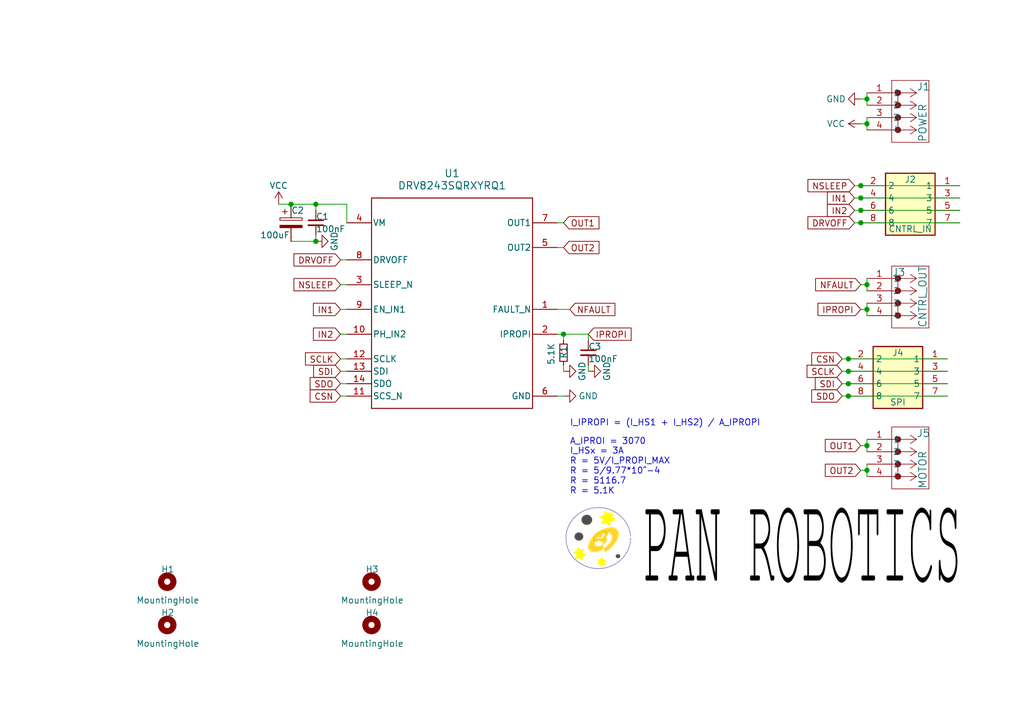
<source format=kicad_sch>
(kicad_sch (version 20230121) (generator eeschema)
  (paper "A5")
  (title_block (title "DRV8243 DC Motor Driver Expander") (date "2024-02-03") (rev "V1") (company "Pan Robotics"))
  (lib_symbols
    (symbol "1862042:1862042" (pin_names (offset 0.254))
      (property "Reference" "J" (at 8.89 6.35 0))
      (property "Value" "1862042" (at 0 0 0))
      (symbol "1862042_0_1"
        (polyline (pts (xy 5.08 -10.16) (xy 12.7 -10.16)) (stroke (width 0.127)))
        (polyline (pts (xy 5.08 2.54) (xy 5.08 -10.16)) (stroke (width 0.127)))
        (polyline (pts (xy 6.35 -5.08) (xy 6.35 -7.62)) (stroke (width 0.127)))
        (polyline (pts (xy 6.35 0) (xy 6.35 -2.54)) (stroke (width 0.127)))
        (polyline (pts (xy 10.16 -7.62) (xy 5.08 -7.62)) (stroke (width 0.127)))
        (polyline (pts (xy 10.16 -7.62) (xy 8.89 -8.4667)) (stroke (width 0.127)))
        (polyline (pts (xy 10.16 -7.62) (xy 8.89 -6.7733)) (stroke (width 0.127)))
        (polyline (pts (xy 10.16 -5.08) (xy 5.08 -5.08)) (stroke (width 0.127)))
        (polyline (pts (xy 10.16 -5.08) (xy 8.89 -5.9267)) (stroke (width 0.127)))
        (polyline (pts (xy 10.16 -5.08) (xy 8.89 -4.2333)) (stroke (width 0.127)))
        (polyline (pts (xy 10.16 -2.54) (xy 5.08 -2.54)) (stroke (width 0.127)))
        (polyline (pts (xy 10.16 -2.54) (xy 8.89 -3.3867)) (stroke (width 0.127)))
        (polyline (pts (xy 10.16 -2.54) (xy 8.89 -1.6933)) (stroke (width 0.127)))
        (polyline (pts (xy 10.16 0) (xy 5.08 0)) (stroke (width 0.127)))
        (polyline (pts (xy 10.16 0) (xy 8.89 -0.8467)) (stroke (width 0.127)))
        (polyline (pts (xy 10.16 0) (xy 8.89 0.8467)) (stroke (width 0.127)))
        (polyline (pts (xy 12.7 -10.16) (xy 12.7 2.54)) (stroke (width 0.127)))
        (polyline (pts (xy 12.7 2.54) (xy 5.08 2.54)) (stroke (width 0.127)))
        (circle (center 6.35 -7.62) (radius 0.127) (stroke (width 0.508)))
        (circle (center 6.35 -5.08) (radius 0.127) (stroke (width 0.508)))
        (circle (center 6.35 -2.54) (radius 0.127) (stroke (width 0.508)))
        (circle (center 6.35 0) (radius 0.127) (stroke (width 0.508)))
        (pin unspecified line (at 0 0 0) (length 5.08) (name "1") (number "1"))
        (pin unspecified line (at 0 -2.54 0) (length 5.08) (name "2") (number "2"))
        (pin unspecified line (at 0 -5.08 0) (length 5.08) (name "3") (number "3"))
        (pin unspecified line (at 0 -7.62 0) (length 5.08) (name "4") (number "4"))
      )
    )
    (symbol "1862068:1862068"
      (property "Reference" "J" (at 16.51 7.62 0))
      (property "Value" "1862068" (at 16.51 5.08 0))
      (symbol "1862068_1_1"
        (rectangle (start 5.08 2.54) (end 15.24 -10.16) (stroke (width 0.254)) (fill (type background)))
        (pin passive line (at 20.32 0 180) (length 5.08) (name "1") (number "1"))
        (pin passive line (at 0 0 0) (length 5.08) (name "2") (number "2"))
        (pin passive line (at 20.32 -2.54 180) (length 5.08) (name "3") (number "3"))
        (pin passive line (at 0 -2.54 0) (length 5.08) (name "4") (number "4"))
        (pin passive line (at 20.32 -5.08 180) (length 5.08) (name "5") (number "5"))
        (pin passive line (at 0 -5.08 0) (length 5.08) (name "6") (number "6"))
        (pin passive line (at 20.32 -7.62 180) (length 5.08) (name "7") (number "7"))
        (pin passive line (at 0 -7.62 0) (length 5.08) (name "8") (number "8"))
      )
    )
    (symbol "DRV8243:DRV8243SQRXYRQ1" (pin_names (offset 0.254))
      (property "Reference" "U" (at 0 2.54 0))
      (property "Value" "DRV8243SQRXYRQ1" (at 0 0 0))
      (symbol "DRV8243SQRXYRQ1_0_1"
        (polyline (pts (xy 5.08 -38.1) (xy 38.1 -38.1)) (stroke (width 0.2032)))
        (polyline (pts (xy 5.08 5.08) (xy 5.08 -38.1)) (stroke (width 0.2032)))
        (polyline (pts (xy 38.1 -38.1) (xy 38.1 5.08)) (stroke (width 0.2032)))
        (polyline (pts (xy 38.1 5.08) (xy 5.08 5.08)) (stroke (width 0.2032)))
        (pin open_collector line (at 43.18 -17.78 180) (length 5.08) (name "FAULT_N") (number "1"))
        (pin input line (at 0 -22.86 0) (length 5.08) (name "PH_IN2") (number "10"))
        (pin input line (at 0 -35.56 0) (length 5.08) (name "SCS_N") (number "11"))
        (pin input line (at 0 -27.94 0) (length 5.08) (name "SCLK") (number "12"))
        (pin input line (at 0 -30.48 0) (length 5.08) (name "SDI") (number "13"))
        (pin output line (at 0 -33.02 0) (length 5.08) (name "SDO") (number "14"))
        (pin bidirectional line (at 43.18 -22.86 180) (length 5.08) (name "IPROPI") (number "2"))
        (pin input line (at 0 -12.7 0) (length 5.08) (name "SLEEP_N") (number "3"))
        (pin power_in line (at 0 0 0) (length 5.08) (name "VM") (number "4"))
        (pin unspecified line (at 43.18 -5.08 180) (length 5.08) (name "OUT2") (number "5"))
        (pin power_in line (at 43.18 -35.56 180) (length 5.08) (name "GND") (number "6"))
        (pin unspecified line (at 43.18 0 180) (length 5.08) (name "OUT1") (number "7"))
        (pin input line (at 0 -7.62 0) (length 5.08) (name "DRVOFF") (number "8"))
        (pin input line (at 0 -17.78 0) (length 5.08) (name "EN_IN1") (number "9"))
      )
    )
    (symbol "Device:C_Polarized" (pin_numbers hide) (pin_names (offset 0.254))
      (property "Reference" "C" (at 0.635 2.54 0))
      (property "Value" "C_Polarized" (at 0.635 -2.54 0))
      (symbol "C_Polarized_0_1"
        (rectangle (start -2.286 0.508) (end 2.286 1.016))
        (polyline (pts (xy -1.778 2.286) (xy -0.762 2.286)))
        (polyline (pts (xy -1.27 2.794) (xy -1.27 1.778)))
        (rectangle (start 2.286 -0.508) (end -2.286 -1.016) (fill (type outline)))
      )
      (symbol "C_Polarized_1_1"
        (pin passive line (at 0 3.81 270) (length 2.794) (name "~") (number "1"))
        (pin passive line (at 0 -3.81 90) (length 2.794) (name "~") (number "2"))
      )
    )
    (symbol "Device:C_Small" (pin_numbers hide) (pin_names (offset 0.254) hide)
      (property "Reference" "C" (at 0.254 1.778 0))
      (property "Value" "C_Small" (at 0.254 -2.032 0))
      (symbol "C_Small_0_1"
        (polyline (pts (xy -1.524 -0.508) (xy 1.524 -0.508)) (stroke (width 0.3302)))
        (polyline (pts (xy -1.524 0.508) (xy 1.524 0.508)) (stroke (width 0.3048)))
      )
      (symbol "C_Small_1_1"
        (pin passive line (at 0 2.54 270) (length 2.032) (name "~") (number "1"))
        (pin passive line (at 0 -2.54 90) (length 2.032) (name "~") (number "2"))
      )
    )
    (symbol "Device:R_Small" (pin_numbers hide) (pin_names (offset 0.254) hide)
      (property "Reference" "R" (at 0.762 0.508 0))
      (property "Value" "R_Small" (at 0.762 -1.016 0))
      (symbol "R_Small_0_1"
        (rectangle (start -0.762 1.778) (end 0.762 -1.778) (stroke (width 0.2032)))
      )
      (symbol "R_Small_1_1"
        (pin passive line (at 0 2.54 270) (length 0.762) (name "~") (number "1"))
        (pin passive line (at 0 -2.54 90) (length 0.762) (name "~") (number "2"))
      )
    )
    (symbol "Mechanical:MountingHole" (pin_names (offset 1.016))
      (property "Reference" "H" (at 0 5.08 0))
      (property "Value" "MountingHole" (at 0 3.175 0))
      (symbol "MountingHole_0_1"
        (circle (center 0 0) (radius 1.27) (stroke (width 1.27)))
      )
    )
    (symbol "power:GND" (power) (pin_names (offset 0))
      (property "Value" "GND" (at 0 -3.81 0))
      (symbol "GND_0_1"
        (polyline (pts (xy 0 0) (xy 0 -1.27) (xy 1.27 -1.27) (xy 0 -2.54) (xy -1.27 -1.27) (xy 0 -1.27)))
      )
      (symbol "GND_1_1"
        (pin power_in line (at 0 0 270) (length 0) hide (name "GND") (number "1"))
      )
    )
    (symbol "power:VCC" (power) (pin_names (offset 0))
      (property "Value" "VCC" (at 0 3.81 0))
      (symbol "VCC_0_1"
        (polyline (pts (xy -0.762 1.27) (xy 0 2.54)))
        (polyline (pts (xy 0 0) (xy 0 2.54)))
        (polyline (pts (xy 0 2.54) (xy 0.762 1.27)))
      )
      (symbol "VCC_1_1"
        (pin power_in line (at 0 0 90) (length 0) hide (name "VCC") (number "1"))
      )
    )
  )
  (junction (at 173.99 73.66))
  (junction (at 177.8 25.4))
  (junction (at 173.99 76.2))
  (junction (at 64.77 49.53))
  (junction (at 64.77 41.91))
  (junction (at 173.99 81.28))
  (junction (at 177.8 63.5))
  (junction (at 177.8 58.42))
  (junction (at 177.8 91.44))
  (junction (at 176.53 43.18))
  (junction (at 115.57 68.58))
  (junction (at 177.8 96.52))
  (junction (at 173.99 78.74))
  (junction (at 177.8 20.32))
  (junction (at 176.53 40.64))
  (junction (at 176.53 45.72))
  (junction (at 176.53 38.1))
  (junction (at 59.69 41.91))
  (wire (pts (xy 175.26 45.72) (xy 176.53 45.72)))
  (wire (pts (xy 172.72 73.66) (xy 173.99 73.66)))
  (wire (pts (xy 177.8 26.67) (xy 177.8 25.4)))
  (wire (pts (xy 57.15 41.91) (xy 59.69 41.91)))
  (wire (pts (xy 69.85 68.58) (xy 71.12 68.58)))
  (wire (pts (xy 115.57 50.8) (xy 114.3 50.8)))
  (wire (pts (xy 172.72 76.2) (xy 173.99 76.2)))
  (wire (pts (xy 172.72 78.74) (xy 173.99 78.74)))
  (wire (pts (xy 177.8 20.32) (xy 176.53 20.32)))
  (wire (pts (xy 173.99 76.2) (xy 194.31 76.2)))
  (wire (pts (xy 176.53 63.5) (xy 177.8 63.5)))
  (wire (pts (xy 115.57 81.28) (xy 114.3 81.28)))
  (wire (pts (xy 69.85 63.5) (xy 71.12 63.5)))
  (wire (pts (xy 120.65 68.58) (xy 115.57 68.58)))
  (wire (pts (xy 176.53 43.18) (xy 196.85 43.18)))
  (wire (pts (xy 176.53 40.64) (xy 196.85 40.64)))
  (wire (pts (xy 177.8 62.23) (xy 177.8 63.5)))
  (wire (pts (xy 115.57 69.85) (xy 115.57 68.58)))
  (wire (pts (xy 64.77 41.91) (xy 64.77 43.18)))
  (wire (pts (xy 177.8 24.13) (xy 177.8 25.4)))
  (wire (pts (xy 71.12 41.91) (xy 71.12 45.72)))
  (wire (pts (xy 115.57 45.72) (xy 114.3 45.72)))
  (wire (pts (xy 69.85 73.66) (xy 71.12 73.66)))
  (wire (pts (xy 69.85 58.42) (xy 71.12 58.42)))
  (wire (pts (xy 177.8 90.17) (xy 177.8 91.44)))
  (wire (pts (xy 175.26 43.18) (xy 176.53 43.18)))
  (wire (pts (xy 120.65 69.85) (xy 120.65 68.58)))
  (wire (pts (xy 177.8 96.52) (xy 177.8 97.79)))
  (wire (pts (xy 59.69 49.53) (xy 64.77 49.53)))
  (wire (pts (xy 177.8 58.42) (xy 177.8 59.69)))
  (wire (pts (xy 177.8 19.05) (xy 177.8 20.32)))
  (wire (pts (xy 64.77 49.53) (xy 64.77 48.26)))
  (wire (pts (xy 175.26 38.1) (xy 176.53 38.1)))
  (wire (pts (xy 120.65 76.2) (xy 120.65 74.93)))
  (wire (pts (xy 177.8 57.15) (xy 177.8 58.42)))
  (wire (pts (xy 177.8 95.25) (xy 177.8 96.52)))
  (wire (pts (xy 173.99 78.74) (xy 194.31 78.74)))
  (wire (pts (xy 177.8 63.5) (xy 177.8 64.77)))
  (wire (pts (xy 115.57 68.58) (xy 114.3 68.58)))
  (wire (pts (xy 114.3 63.5) (xy 116.84 63.5)))
  (wire (pts (xy 175.26 40.64) (xy 176.53 40.64)))
  (wire (pts (xy 59.69 41.91) (xy 64.77 41.91)))
  (wire (pts (xy 172.72 81.28) (xy 173.99 81.28)))
  (wire (pts (xy 177.8 91.44) (xy 177.8 92.71)))
  (wire (pts (xy 177.8 20.32) (xy 177.8 21.59)))
  (wire (pts (xy 69.85 53.34) (xy 71.12 53.34)))
  (wire (pts (xy 177.8 25.4) (xy 176.53 25.4)))
  (wire (pts (xy 176.53 91.44) (xy 177.8 91.44)))
  (wire (pts (xy 69.85 78.74) (xy 71.12 78.74)))
  (wire (pts (xy 177.8 58.42) (xy 176.53 58.42)))
  (wire (pts (xy 115.57 76.2) (xy 115.57 74.93)))
  (wire (pts (xy 176.53 38.1) (xy 196.85 38.1)))
  (wire (pts (xy 64.77 41.91) (xy 71.12 41.91)))
  (wire (pts (xy 176.53 45.72) (xy 196.85 45.72)))
  (wire (pts (xy 176.53 96.52) (xy 177.8 96.52)))
  (wire (pts (xy 69.85 81.28) (xy 71.12 81.28)))
  (wire (pts (xy 173.99 73.66) (xy 194.31 73.66)))
  (wire (pts (xy 173.99 81.28) (xy 194.31 81.28)))
  (wire (pts (xy 69.85 76.2) (xy 71.12 76.2)))
  (image (at 156.21 111.76) (scale 0.871662))
  (text "I_HSx = 3A\nR = 5V/I_PROPI_MAX\nR = 5/9.77*10^-4\nR = 5116.7\nR = 5.1K" (at 116.84 101.6 0) (effects (font (size 1.27 1.27)) (justify left bottom)))
  (text "A_IPROI = 3070" (at 116.84 91.44 0) (effects (font (size 1.27 1.27)) (justify left bottom)))
  (text "I_IPROPI = (I_HS1 + I_HS2) / A_IPROPI" (at 116.84 87.63 0) (effects (font (size 1.27 1.27)) (justify left bottom)))
  (global_label "SDO" (shape input) (at 172.72 81.28 180) (property "Intersheetrefs" "${INTERSHEET_REFS}" (effects hide)))
  (global_label "SCLK" (shape input) (at 69.85 73.66 180) (property "Intersheetrefs" "${INTERSHEET_REFS}" (effects hide)))
  (global_label "IN2" (shape input) (at 69.85 68.58 180) (property "Intersheetrefs" "${INTERSHEET_REFS}" (effects hide)))
  (global_label "SCLK" (shape input) (at 172.72 76.2 180) (property "Intersheetrefs" "${INTERSHEET_REFS}" (effects hide)))
  (global_label "OUT1" (shape input) (at 176.53 91.44 180) (property "Intersheetrefs" "${INTERSHEET_REFS}" (effects hide)))
  (global_label "OUT1" (shape input) (at 115.57 45.72 0) (property "Intersheetrefs" "${INTERSHEET_REFS}" (effects hide)))
  (global_label "NSLEEP" (shape input) (at 69.85 58.42 180) (property "Intersheetrefs" "${INTERSHEET_REFS}" (effects hide)))
  (global_label "NFAULT" (shape input) (at 116.84 63.5 0) (property "Intersheetrefs" "${INTERSHEET_REFS}" (effects hide)))
  (global_label "NSLEEP" (shape input) (at 175.26 38.1 180) (property "Intersheetrefs" "${INTERSHEET_REFS}" (effects hide)))
  (global_label "IN2" (shape input) (at 175.26 43.18 180) (property "Intersheetrefs" "${INTERSHEET_REFS}" (effects hide)))
  (global_label "DRVOFF" (shape input) (at 69.85 53.34 180) (property "Intersheetrefs" "${INTERSHEET_REFS}" (effects hide)))
  (global_label "OUT2" (shape input) (at 115.57 50.8 0) (property "Intersheetrefs" "${INTERSHEET_REFS}" (effects hide)))
  (global_label "IN1" (shape input) (at 175.26 40.64 180) (property "Intersheetrefs" "${INTERSHEET_REFS}" (effects hide)))
  (global_label "OUT2" (shape input) (at 176.53 96.52 180) (property "Intersheetrefs" "${INTERSHEET_REFS}" (effects hide)))
  (global_label "CSN" (shape input) (at 172.72 73.66 180) (property "Intersheetrefs" "${INTERSHEET_REFS}" (effects hide)))
  (global_label "SDI" (shape input) (at 172.72 78.74 180) (property "Intersheetrefs" "${INTERSHEET_REFS}" (effects hide)))
  (global_label "CSN" (shape input) (at 69.85 81.28 180) (property "Intersheetrefs" "${INTERSHEET_REFS}" (effects hide)))
  (global_label "NFAULT" (shape input) (at 176.53 58.42 180) (property "Intersheetrefs" "${INTERSHEET_REFS}" (effects hide)))
  (global_label "SDI" (shape input) (at 69.85 76.2 180) (property "Intersheetrefs" "${INTERSHEET_REFS}" (effects hide)))
  (global_label "IN1" (shape input) (at 69.85 63.5 180) (property "Intersheetrefs" "${INTERSHEET_REFS}" (effects hide)))
  (global_label "DRVOFF" (shape input) (at 175.26 45.72 180) (property "Intersheetrefs" "${INTERSHEET_REFS}" (effects hide)))
  (global_label "IPROPI" (shape input) (at 176.53 63.5 180) (property "Intersheetrefs" "${INTERSHEET_REFS}" (effects hide)))
  (global_label "SDO" (shape input) (at 69.85 78.74 180) (property "Intersheetrefs" "${INTERSHEET_REFS}" (effects hide)))
  (global_label "IPROPI" (shape input) (at 120.65 68.58 0) (property "Intersheetrefs" "${INTERSHEET_REFS}" (effects hide)))
  (symbol (lib_id "power:VCC") (at 57.15 41.91 0) (unit 1)
    (property "Reference" "#PWR03" (effects hide))
    (property "Value" "VCC" (at 57.15 38.1 0))
  )
  (symbol (lib_id "power:GND") (at 115.57 76.2 90) (unit 1)
    (property "Reference" "#PWR07" (effects hide))
    (property "Value" "GND" (at 119.38 76.2 0))
  )
  (symbol (lib_id "power:GND") (at 115.57 81.28 90) (unit 1)
    (property "Reference" "#PWR02" (effects hide))
    (property "Value" "GND" (at 120.65 81.28 90))
  )
  (symbol (lib_id "power:GND") (at 64.77 49.53 90) (unit 1)
    (property "Reference" "#PWR05" (effects hide))
    (property "Value" "GND" (at 68.58 49.53 0))
  )
  (symbol (lib_id "Mechanical:MountingHole") (at 34.29 119.38 0) (unit 1)
    (property "Reference" "H1" (at 33.02 116.84 0) (effects (justify left)))
    (property "Value" "MountingHole" (at 27.94 123.19 0) (effects (justify left)))
    (property "Footprint" "MountingHole:MountingHole_3.2mm_M3_Pad_Via" (effects hide))
  )
  (symbol (lib_id "Device:C_Small") (at 64.77 45.72 0) (unit 1)
    (property "Reference" "C1" (at 64.77 44.45 0) (effects (justify left)))
    (property "Value" "100nF" (at 64.77 46.99 0) (effects (justify left)))
    (property "Footprint" "Capacitor_SMD:C_1206_3216Metric_Pad1.33x1.80mm_HandSolder" (effects hide))
  )
  (symbol (lib_id "power:GND") (at 176.53 20.32 270) (unit 1)
    (property "Reference" "#PWR08" (effects hide))
    (property "Value" "GND" (at 171.45 20.32 90))
  )
  (symbol (lib_id "1862068:1862068") (at 176.53 38.1 0) (unit 1)
    (property "Reference" "J2" (at 186.69 36.83 0))
    (property "Value" "CNTRL_IN" (at 186.69 46.99 0))
    (property "Footprint" "1862068 Footprint:1862068" (effects hide))
    (property "Datasheet" "https://www.arrow.com/en/products/1862068/phoenix-contact" (effects hide))
    (property "Height" "10.2" (effects hide))
    (property "Mouser Part Number" "651-1862068" (effects hide))
    (property "Mouser Price/Stock" "https://www.mouser.co.uk/ProductDetail/Phoenix-Contact/1862068?qs=tlR8i4ZVbUc%2F8QHSz36BSA%3D%3D" (effects hide))
    (property "Manufacturer_Name" "Phoenix Contact" (effects hide))
    (property "Manufacturer_Part_Number" "1862068" (effects hide))
  )
  (symbol (lib_id "1862042:1862042") (at 177.8 19.05 0) (unit 1)
    (property "Reference" "J1" (at 187.96 17.78 0) (effects (font (size 1.524 1.524)) (justify left)))
    (property "Value" "POWER" (at 189.23 29.21 90) (effects (font (size 1.524 1.524)) (justify left)))
    (property "Footprint" "1862042 Footprint:CONN_1862042" (effects hide))
    (property "Datasheet" "1862042" (effects hide))
  )
  (symbol (lib_id "Device:R_Small") (at 115.57 72.39 0) (unit 1)
    (property "Reference" "R1" (at 115.57 73.66 90) (effects (justify left)))
    (property "Value" "5.1K" (at 113.03 74.93 90) (effects (justify left)))
    (property "Footprint" "Resistor_SMD:R_1206_3216Metric_Pad1.30x1.75mm_HandSolder" (effects hide))
  )
  (symbol (lib_id "Mechanical:MountingHole") (at 76.2 119.38 0) (unit 1)
    (property "Reference" "H3" (at 74.93 116.84 0) (effects (justify left)))
    (property "Value" "MountingHole" (at 69.85 123.19 0) (effects (justify left)))
    (property "Footprint" "MountingHole:MountingHole_3.2mm_M3_Pad_Via" (effects hide))
  )
  (symbol (lib_id "1862042:1862042") (at 177.8 57.15 0) (unit 1)
    (property "Reference" "J3" (at 182.88 55.88 0) (effects (font (size 1.524 1.524)) (justify left)))
    (property "Value" "CNTRL_OUT" (at 189.23 67.31 90) (effects (font (size 1.524 1.524)) (justify left)))
    (property "Footprint" "1862042 Footprint:CONN_1862042" (effects hide))
    (property "Datasheet" "1862042" (effects hide))
  )
  (symbol (lib_id "Mechanical:MountingHole") (at 34.29 128.27 0) (unit 1)
    (property "Reference" "H2" (at 33.02 125.73 0) (effects (justify left)))
    (property "Value" "MountingHole" (at 27.94 132.08 0) (effects (justify left)))
    (property "Footprint" "MountingHole:MountingHole_3.2mm_M3_Pad_Via" (effects hide))
  )
  (symbol (lib_id "1862042:1862042") (at 177.8 90.17 0) (unit 1)
    (property "Reference" "J5" (at 187.96 88.9 0) (effects (font (size 1.524 1.524)) (justify left)))
    (property "Value" "MOTOR" (at 189.23 100.33 90) (effects (font (size 1.524 1.524)) (justify left)))
    (property "Footprint" "1862042 Footprint:CONN_1862042" (effects hide))
    (property "Datasheet" "1862042" (effects hide))
  )
  (symbol (lib_id "Device:C_Small") (at 120.65 72.39 0) (unit 1)
    (property "Reference" "C3" (at 120.65 71.12 0) (effects (justify left)))
    (property "Value" "100nF" (at 120.65 73.66 0) (effects (justify left)))
    (property "Footprint" "Capacitor_SMD:C_1206_3216Metric_Pad1.33x1.80mm_HandSolder" (effects hide))
  )
  (symbol (lib_id "power:GND") (at 120.65 76.2 90) (unit 1)
    (property "Reference" "#PWR06" (effects hide))
    (property "Value" "GND" (at 124.46 76.2 0))
  )
  (symbol (lib_id "DRV8243:DRV8243SQRXYRQ1") (at 71.12 45.72 0) (unit 1)
    (property "Reference" "U1" (at 92.71 35.56 0) (effects (font (size 1.524 1.524))))
    (property "Value" "DRV8243SQRXYRQ1" (at 92.71 38.1 0) (effects (font (size 1.524 1.524))))
    (property "Footprint" "DRV8243 Footprint:RXY0014A-MFG" (effects hide))
    (property "Datasheet" "DRV8243SQRXYRQ1" (effects hide))
  )
  (symbol (lib_id "1862068:1862068") (at 173.99 73.66 0) (unit 1)
    (property "Reference" "J4" (at 184.15 72.39 0))
    (property "Value" "SPI" (at 184.15 82.55 0))
    (property "Footprint" "1862068 Footprint:1862068" (effects hide))
    (property "Datasheet" "https://www.arrow.com/en/products/1862068/phoenix-contact" (effects hide))
    (property "Height" "10.2" (effects hide))
    (property "Mouser Part Number" "651-1862068" (effects hide))
    (property "Mouser Price/Stock" "https://www.mouser.co.uk/ProductDetail/Phoenix-Contact/1862068?qs=tlR8i4ZVbUc%2F8QHSz36BSA%3D%3D" (effects hide))
    (property "Manufacturer_Name" "Phoenix Contact" (effects hide))
    (property "Manufacturer_Part_Number" "1862068" (effects hide))
  )
  (symbol (lib_id "Mechanical:MountingHole") (at 76.2 128.27 0) (unit 1)
    (property "Reference" "H4" (at 74.93 125.73 0) (effects (justify left)))
    (property "Value" "MountingHole" (at 69.85 132.08 0) (effects (justify left)))
    (property "Footprint" "MountingHole:MountingHole_3.2mm_M3_Pad_Via" (effects hide))
  )
  (symbol (lib_id "Device:C_Polarized") (at 59.69 45.72 0) (unit 1)
    (property "Reference" "C2" (at 59.69 43.18 0) (effects (justify left)))
    (property "Value" "100uF" (at 53.34 48.26 0) (effects (justify left)))
    (property "Footprint" "Capacitor_SMD:C_Elec_8x10.2" (effects hide))
  )
  (symbol (lib_id "power:VCC") (at 176.53 25.4 90) (unit 1)
    (property "Reference" "#PWR01" (effects hide))
    (property "Value" "VCC" (at 171.45 25.4 90))
  )
)
</source>
